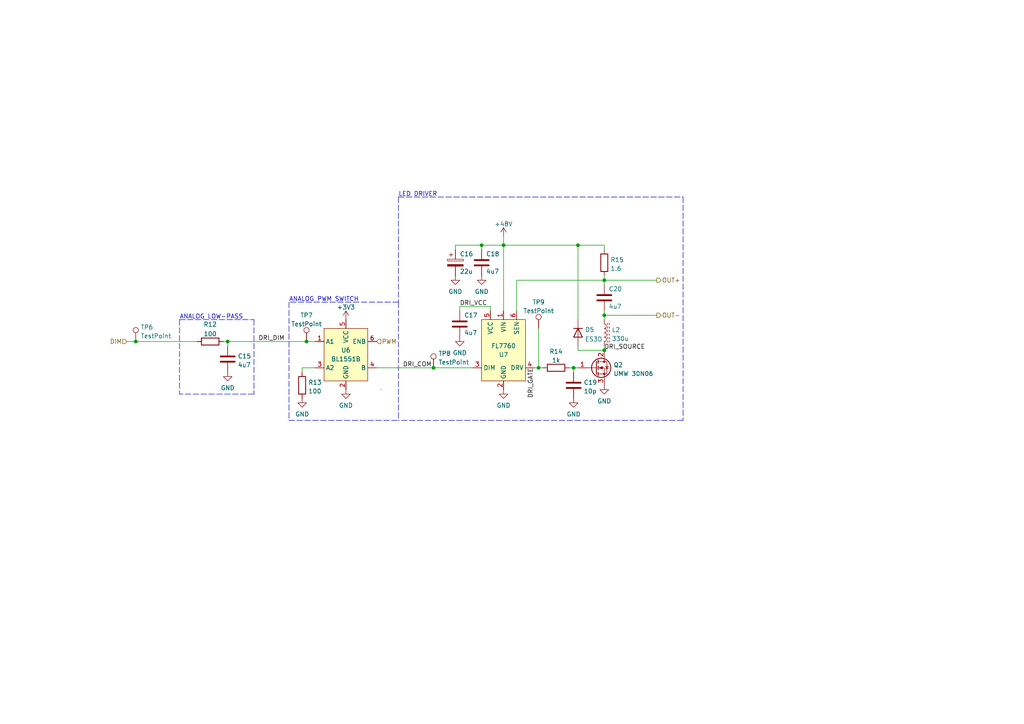
<source format=kicad_sch>
(kicad_sch (version 20211123) (generator eeschema)
  (paper "A4")
  (lib_symbols
    (symbol "Connector:TestPoint" (pin_numbers hide) (pin_names (offset 0.762) hide)
      (property "Reference" "TP" (at 0 6.858 0))
      (property "Value" "TestPoint" (at 0 5.08 0))
      (symbol "TestPoint_0_1"
        (circle (center 0 3.302) (radius 0.762))
      )
      (symbol "TestPoint_1_1"
        (pin passive line (at 0 0 90) (length 2.54) (name "1") (number "1"))
      )
    )
    (symbol "Device:C" (pin_numbers hide) (pin_names (offset 0.254))
      (property "Reference" "C" (at 0.635 2.54 0))
      (property "Value" "C" (at 0.635 -2.54 0))
      (symbol "C_0_1"
        (polyline (pts (xy -2.032 -0.762) (xy 2.032 -0.762)) (stroke (width 0.508)))
        (polyline (pts (xy -2.032 0.762) (xy 2.032 0.762)) (stroke (width 0.508)))
      )
      (symbol "C_1_1"
        (pin passive line (at 0 3.81 270) (length 2.794) (name "~") (number "1"))
        (pin passive line (at 0 -3.81 90) (length 2.794) (name "~") (number "2"))
      )
    )
    (symbol "Device:C_Polarized" (pin_numbers hide) (pin_names (offset 0.254))
      (property "Reference" "C" (at 0.635 2.54 0))
      (property "Value" "C_Polarized" (at 0.635 -2.54 0))
      (symbol "C_Polarized_0_1"
        (rectangle (start -2.286 0.508) (end 2.286 1.016))
        (polyline (pts (xy -1.778 2.286) (xy -0.762 2.286)))
        (polyline (pts (xy -1.27 2.794) (xy -1.27 1.778)))
        (rectangle (start 2.286 -0.508) (end -2.286 -1.016) (fill (type outline)))
      )
      (symbol "C_Polarized_1_1"
        (pin passive line (at 0 3.81 270) (length 2.794) (name "~") (number "1"))
        (pin passive line (at 0 -3.81 90) (length 2.794) (name "~") (number "2"))
      )
    )
    (symbol "Device:D" (pin_numbers hide) (pin_names (offset 1.016) hide)
      (property "Reference" "D" (at 0 2.54 0))
      (property "Value" "D" (at 0 -2.54 0))
      (symbol "D_0_1"
        (polyline (pts (xy -1.27 1.27) (xy -1.27 -1.27)) (stroke (width 0.254)))
        (polyline (pts (xy 1.27 0) (xy -1.27 0)))
        (polyline (pts (xy 1.27 1.27) (xy 1.27 -1.27) (xy -1.27 0) (xy 1.27 1.27)) (stroke (width 0.254)))
      )
      (symbol "D_1_1"
        (pin passive line (at -3.81 0 0) (length 2.54) (name "K") (number "1"))
        (pin passive line (at 3.81 0 180) (length 2.54) (name "A") (number "2"))
      )
    )
    (symbol "Device:L_Ferrite" (pin_numbers hide) (pin_names (offset 1.016) hide)
      (property "Reference" "L" (at -1.27 0 90))
      (property "Value" "L_Ferrite" (at 2.794 0 90))
      (symbol "L_Ferrite_0_1"
        (arc (start 0 -2.54) (mid 0.635 -1.905) (end 0 -1.27))
        (arc (start 0 -1.27) (mid 0.635 -0.635) (end 0 0))
        (polyline (pts (xy 1.016 -2.794) (xy 1.016 -2.286)))
        (polyline (pts (xy 1.016 -1.778) (xy 1.016 -1.27)))
        (polyline (pts (xy 1.016 -0.762) (xy 1.016 -0.254)))
        (polyline (pts (xy 1.016 0.254) (xy 1.016 0.762)))
        (polyline (pts (xy 1.016 1.27) (xy 1.016 1.778)))
        (polyline (pts (xy 1.016 2.286) (xy 1.016 2.794)))
        (polyline (pts (xy 1.524 -2.286) (xy 1.524 -2.794)))
        (polyline (pts (xy 1.524 -1.27) (xy 1.524 -1.778)))
        (polyline (pts (xy 1.524 -0.254) (xy 1.524 -0.762)))
        (polyline (pts (xy 1.524 0.762) (xy 1.524 0.254)))
        (polyline (pts (xy 1.524 1.778) (xy 1.524 1.27)))
        (polyline (pts (xy 1.524 2.794) (xy 1.524 2.286)))
        (arc (start 0 0) (mid 0.635 0.635) (end 0 1.27))
        (arc (start 0 1.27) (mid 0.635 1.905) (end 0 2.54))
      )
      (symbol "L_Ferrite_1_1"
        (pin passive line (at 0 3.81 270) (length 1.27) (name "1") (number "1"))
        (pin passive line (at 0 -3.81 90) (length 1.27) (name "2") (number "2"))
      )
    )
    (symbol "Device:Q_NMOS_GDS" (pin_names (offset 0) hide)
      (property "Reference" "Q" (at 5.08 1.27 0))
      (property "Value" "Q_NMOS_GDS" (at 5.08 -1.27 0))
      (symbol "Q_NMOS_GDS_0_1"
        (polyline (pts (xy 0.254 0) (xy -2.54 0)))
        (polyline (pts (xy 0.254 1.905) (xy 0.254 -1.905)) (stroke (width 0.254)))
        (polyline (pts (xy 0.762 -1.27) (xy 0.762 -2.286)) (stroke (width 0.254)))
        (polyline (pts (xy 0.762 0.508) (xy 0.762 -0.508)) (stroke (width 0.254)))
        (polyline (pts (xy 0.762 2.286) (xy 0.762 1.27)) (stroke (width 0.254)))
        (polyline (pts (xy 2.54 2.54) (xy 2.54 1.778)))
        (polyline (pts (xy 2.54 -2.54) (xy 2.54 0) (xy 0.762 0)))
        (polyline (pts (xy 0.762 -1.778) (xy 3.302 -1.778) (xy 3.302 1.778) (xy 0.762 1.778)))
        (polyline (pts (xy 1.016 0) (xy 2.032 0.381) (xy 2.032 -0.381) (xy 1.016 0)) (fill (type outline)))
        (polyline (pts (xy 2.794 0.508) (xy 2.921 0.381) (xy 3.683 0.381) (xy 3.81 0.254)))
        (polyline (pts (xy 3.302 0.381) (xy 2.921 -0.254) (xy 3.683 -0.254) (xy 3.302 0.381)))
        (circle (center 1.651 0) (radius 2.794) (stroke (width 0.254)))
        (circle (center 2.54 -1.778) (radius 0.254) (fill (type outline)))
        (circle (center 2.54 1.778) (radius 0.254) (fill (type outline)))
      )
      (symbol "Q_NMOS_GDS_1_1"
        (pin input line (at -5.08 0 0) (length 2.54) (name "G") (number "1"))
        (pin passive line (at 2.54 5.08 270) (length 2.54) (name "D") (number "2"))
        (pin passive line (at 2.54 -5.08 90) (length 2.54) (name "S") (number "3"))
      )
    )
    (symbol "Device:R" (pin_numbers hide) (pin_names (offset 0))
      (property "Reference" "R" (at 2.032 0 90))
      (property "Value" "R" (at 0 0 90))
      (symbol "R_0_1"
        (rectangle (start -1.016 -2.54) (end 1.016 2.54) (stroke (width 0.254)))
      )
      (symbol "R_1_1"
        (pin passive line (at 0 3.81 270) (length 1.27) (name "~") (number "1"))
        (pin passive line (at 0 -3.81 90) (length 1.27) (name "~") (number "2"))
      )
    )
    (symbol "library:BL1551B"
      (property "Reference" "U" (at 0 -1.27 0))
      (property "Value" "BL1551B" (at 0 1.27 0))
      (symbol "BL1551B_0_1"
        (rectangle (start 6.35 7.62) (end -6.35 -7.62) (stroke (width 0.1524)) (fill (type background)))
        (rectangle (start 10.16 -10.16) (end 10.16 -10.16) (stroke (width 0.1524)))
        (rectangle (start 10.16 -10.16) (end 10.16 -10.16) (stroke (width 0.1524)))
        (rectangle (start 10.16 -10.16) (end 10.16 -10.16) (stroke (width 0.1524)))
      )
      (symbol "BL1551B_1_1"
        (pin bidirectional line (at -8.89 3.81 0) (length 2.54) (name "A1") (number "1"))
        (pin power_in line (at 0 -10.16 90) (length 2.54) (name "GND") (number "2"))
        (pin bidirectional line (at -8.89 -3.81 0) (length 2.54) (name "A2") (number "3"))
        (pin bidirectional line (at 8.89 -3.81 180) (length 2.54) (name "B") (number "4"))
        (pin power_in line (at 0 10.16 270) (length 2.54) (name "VCC") (number "5"))
        (pin input line (at 8.89 3.81 180) (length 2.54) (name "ENB") (number "6"))
      )
    )
    (symbol "library:FL7760"
      (property "Reference" "U5" (at 0 0 0))
      (property "Value" "FL7760" (at 0 2.54 0))
      (symbol "FL7760_0_1"
        (rectangle (start -6.35 10.16) (end 6.35 -7.62) (stroke (width 0.1524)) (fill (type background)))
      )
      (symbol "FL7760_1_1"
        (pin input line (at 0 12.7 270) (length 2.54) (name "VIN") (number "1"))
        (pin input line (at 0 -10.16 90) (length 2.54) (name "GND") (number "2"))
        (pin input line (at -8.89 -3.81 0) (length 2.54) (name "DIM") (number "3"))
        (pin output line (at 8.89 -3.81 180) (length 2.54) (name "DRV") (number "4"))
        (pin input line (at -3.81 12.7 270) (length 2.54) (name "VCC") (number "5"))
        (pin input line (at 3.81 12.7 270) (length 2.54) (name "SEN") (number "6"))
      )
    )
    (symbol "power:+3V3" (power) (pin_names (offset 0))
      (property "Value" "+3V3" (at 0 3.556 0))
      (symbol "+3V3_0_1"
        (polyline (pts (xy -0.762 1.27) (xy 0 2.54)))
        (polyline (pts (xy 0 0) (xy 0 2.54)))
        (polyline (pts (xy 0 2.54) (xy 0.762 1.27)))
      )
      (symbol "+3V3_1_1"
        (pin power_in line (at 0 0 90) (length 0) hide (name "+3V3") (number "1"))
      )
    )
    (symbol "power:+48V" (power) (pin_names (offset 0))
      (property "Value" "+48V" (at 0 3.556 0))
      (symbol "+48V_0_1"
        (polyline (pts (xy -0.762 1.27) (xy 0 2.54)))
        (polyline (pts (xy 0 0) (xy 0 2.54)))
        (polyline (pts (xy 0 2.54) (xy 0.762 1.27)))
      )
      (symbol "+48V_1_1"
        (pin power_in line (at 0 0 90) (length 0) hide (name "+48V") (number "1"))
      )
    )
    (symbol "power:GND" (power) (pin_names (offset 0))
      (property "Value" "GND" (at 0 -3.81 0))
      (symbol "GND_0_1"
        (polyline (pts (xy 0 0) (xy 0 -1.27) (xy 1.27 -1.27) (xy 0 -2.54) (xy -1.27 -1.27) (xy 0 -1.27)))
      )
      (symbol "GND_1_1"
        (pin power_in line (at 0 0 270) (length 0) hide (name "GND") (number "1"))
      )
    )
  )
  (junction (at 88.9 99.06))
  (junction (at 175.26 101.6))
  (junction (at 66.04 99.06))
  (junction (at 139.7 71.12))
  (junction (at 146.05 71.12))
  (junction (at 166.37 106.68))
  (junction (at 175.26 91.44))
  (junction (at 167.64 71.12))
  (junction (at 156.21 106.68))
  (junction (at 39.37 99.06))
  (junction (at 175.26 81.28))
  (junction (at 125.73 106.68))
  (wire (pts (xy 175.26 81.28) (xy 190.5 81.28)))
  (wire (pts (xy 146.05 71.12) (xy 146.05 90.17)))
  (polyline (pts (xy 198.12 57.15) (xy 198.12 121.92)))
  (wire (pts (xy 175.26 91.44) (xy 175.26 92.71)))
  (polyline (pts (xy 52.07 92.71) (xy 52.07 114.3)))
  (wire (pts (xy 165.1 106.68) (xy 166.37 106.68)))
  (polyline (pts (xy 73.66 114.3) (xy 52.07 114.3)))
  (wire (pts (xy 132.08 71.12) (xy 139.7 71.12)))
  (polyline (pts (xy 115.57 87.63) (xy 83.82 87.63)))
  (polyline (pts (xy 198.12 121.92) (xy 115.57 121.92)))
  (polyline (pts (xy 83.82 87.63) (xy 83.82 121.92)))
  (wire (pts (xy 87.63 106.68) (xy 87.63 107.95)))
  (wire (pts (xy 166.37 106.68) (xy 166.37 107.95)))
  (wire (pts (xy 149.86 81.28) (xy 149.86 90.17)))
  (wire (pts (xy 39.37 99.06) (xy 57.15 99.06)))
  (wire (pts (xy 132.08 72.39) (xy 132.08 71.12)))
  (wire (pts (xy 125.73 106.68) (xy 137.16 106.68)))
  (wire (pts (xy 175.26 91.44) (xy 190.5 91.44)))
  (wire (pts (xy 149.86 81.28) (xy 175.26 81.28)))
  (wire (pts (xy 166.37 106.68) (xy 167.64 106.68)))
  (wire (pts (xy 154.94 106.68) (xy 156.21 106.68)))
  (wire (pts (xy 175.26 71.12) (xy 175.26 72.39)))
  (wire (pts (xy 66.04 99.06) (xy 64.77 99.06)))
  (wire (pts (xy 167.64 101.6) (xy 175.26 101.6)))
  (polyline (pts (xy 115.57 57.15) (xy 115.57 87.63)))
  (wire (pts (xy 88.9 99.06) (xy 91.44 99.06)))
  (wire (pts (xy 175.26 91.44) (xy 175.26 90.17)))
  (polyline (pts (xy 83.82 121.92) (xy 115.57 121.92)))
  (wire (pts (xy 109.22 106.68) (xy 125.73 106.68)))
  (polyline (pts (xy 115.57 57.15) (xy 198.12 57.15)))
  (wire (pts (xy 167.64 71.12) (xy 175.26 71.12)))
  (wire (pts (xy 175.26 80.01) (xy 175.26 81.28)))
  (wire (pts (xy 175.26 100.33) (xy 175.26 101.6)))
  (wire (pts (xy 146.05 68.58) (xy 146.05 71.12)))
  (wire (pts (xy 36.83 99.06) (xy 39.37 99.06)))
  (wire (pts (xy 87.63 106.68) (xy 91.44 106.68)))
  (polyline (pts (xy 73.66 92.71) (xy 73.66 114.3)))
  (wire (pts (xy 156.21 106.68) (xy 157.48 106.68)))
  (wire (pts (xy 66.04 99.06) (xy 88.9 99.06)))
  (wire (pts (xy 142.24 90.17) (xy 142.24 88.9)))
  (wire (pts (xy 167.64 100.33) (xy 167.64 101.6)))
  (wire (pts (xy 139.7 72.39) (xy 139.7 71.12)))
  (wire (pts (xy 133.35 88.9) (xy 142.24 88.9)))
  (wire (pts (xy 156.21 95.25) (xy 156.21 106.68)))
  (wire (pts (xy 139.7 71.12) (xy 146.05 71.12)))
  (wire (pts (xy 133.35 88.9) (xy 133.35 90.17)))
  (wire (pts (xy 66.04 100.33) (xy 66.04 99.06)))
  (wire (pts (xy 175.26 82.55) (xy 175.26 81.28)))
  (wire (pts (xy 167.64 71.12) (xy 167.64 92.71)))
  (wire (pts (xy 146.05 71.12) (xy 167.64 71.12)))
  (polyline (pts (xy 115.57 87.63) (xy 115.57 121.92)))
  (polyline (pts (xy 52.07 92.71) (xy 73.66 92.71)))
  (text "ANALOG PWM SWITCH" (at 83.82 87.63 0) (effects (font (size 1.27 1.27)) (justify left bottom)))
  (text "ANALOG LOW-PASS" (at 52.07 92.71 0) (effects (font (size 1.27 1.27)) (justify left bottom)))
  (text "LED DRIVER" (at 115.57 57.15 0) (effects (font (size 1.27 1.27)) (justify left bottom)))
  (label "DRI_DIM" (at 74.93 99.06 0))
  (label "DRI_COM" (at 116.84 106.68 0))
  (label "DRI_VCC" (at 133.35 88.9 0))
  (label "DRI_SOURCE" (at 175.26 101.6 0))
  (label "DRI_GATE" (at 154.94 106.68 270))
  (hierarchical_label "OUT+" (shape output) (at 190.5 81.28 0))
  (hierarchical_label "PWM" (shape input) (at 109.22 99.06 0))
  (hierarchical_label "DIM" (shape input) (at 36.83 99.06 180))
  (hierarchical_label "OUT-" (shape output) (at 190.5 91.44 0))
  (symbol (lib_id "power:GND") (at 133.35 97.79 0) (unit 1)
    (property "Reference" "#PWR047" (effects hide))
    (property "Value" "GND" (at 133.35 102.3525 0))
  )
  (symbol (lib_id "Device:C") (at 175.26 86.36 0) (unit 1)
    (property "Reference" "C20" (at 176.53 83.82 0) (effects (justify left)))
    (property "Value" "4u7" (at 176.53 88.9 0) (effects (justify left)))
    (property "Footprint" "Capacitor_SMD:C_0805_2012Metric" (effects hide))
  )
  (symbol (lib_id "Device:C") (at 133.35 93.98 0) (unit 1)
    (property "Reference" "C17" (at 134.62 91.44 0) (effects (justify left)))
    (property "Value" "4u7" (at 134.62 96.52 0) (effects (justify left)))
    (property "Footprint" "Capacitor_SMD:C_0805_2012Metric" (effects hide))
  )
  (symbol (lib_id "Connector:TestPoint") (at 39.37 99.06 0) (unit 1)
    (property "Reference" "TP6" (at 40.767 94.9233 0) (effects (justify left)))
    (property "Value" "TestPoint" (at 40.767 97.4602 0) (effects (justify left)))
    (property "Footprint" "TestPoint:TestPoint_Pad_D1.0mm" (effects hide))
  )
  (symbol (lib_id "Device:R") (at 87.63 111.76 0) (mirror y) (unit 1)
    (property "Reference" "R13" (at 89.408 110.9253 0) (effects (justify right)))
    (property "Value" "100" (at 89.408 113.4622 0) (effects (justify right)))
    (property "Footprint" "Resistor_SMD:R_0603_1608Metric" (effects hide))
  )
  (symbol (lib_id "Device:R") (at 175.26 76.2 0) (unit 1)
    (property "Reference" "R15" (at 177.038 75.3653 0) (effects (justify left)))
    (property "Value" "1.6" (at 177.038 77.9022 0) (effects (justify left)))
    (property "Footprint" "Resistor_SMD:R_1206_3216Metric" (effects hide))
  )
  (symbol (lib_id "power:GND") (at 66.04 107.95 0) (unit 1)
    (property "Reference" "#PWR042" (effects hide))
    (property "Value" "GND" (at 66.04 112.5125 0))
  )
  (symbol (lib_id "Connector:TestPoint") (at 88.9 99.06 0) (unit 1)
    (property "Reference" "TP7" (at 88.9 91.44 0))
    (property "Value" "TestPoint" (at 88.9 93.98 0))
    (property "Footprint" "TestPoint:TestPoint_Pad_D1.0mm" (effects hide))
  )
  (symbol (lib_id "Device:C") (at 66.04 104.14 0) (unit 1)
    (property "Reference" "C15" (at 68.961 103.3053 0) (effects (justify left)))
    (property "Value" "4u7" (at 68.961 105.8422 0) (effects (justify left)))
    (property "Footprint" "Capacitor_SMD:C_0805_2012Metric" (effects hide))
  )
  (symbol (lib_id "power:+48V") (at 146.05 68.58 0) (unit 1)
    (property "Reference" "#PWR049" (effects hide))
    (property "Value" "+48V" (at 146.05 64.9755 0))
  )
  (symbol (lib_id "Connector:TestPoint") (at 125.73 106.68 0) (unit 1)
    (property "Reference" "TP8" (at 127.127 102.5433 0) (effects (justify left)))
    (property "Value" "TestPoint" (at 127.127 105.0802 0) (effects (justify left)))
    (property "Footprint" "TestPoint:TestPoint_Pad_D1.0mm" (effects hide))
  )
  (symbol (lib_id "Device:C_Polarized") (at 132.08 76.2 0) (unit 1)
    (property "Reference" "C16" (at 133.35 73.66 0) (effects (justify left)))
    (property "Value" "22u" (at 133.35 78.74 0) (effects (justify left)))
    (property "Footprint" "Capacitor_SMD:CP_Elec_6.3x4.5" (effects hide))
  )
  (symbol (lib_id "power:GND") (at 175.26 111.76 0) (unit 1)
    (property "Reference" "#PWR052" (effects hide))
    (property "Value" "GND" (at 175.26 116.3225 0))
  )
  (symbol (lib_id "Device:Q_NMOS_GDS") (at 172.72 106.68 0) (unit 1)
    (property "Reference" "Q2" (at 177.927 105.8453 0) (effects (justify left)))
    (property "Value" "UMW 30N06" (at 177.927 108.3822 0) (effects (justify left)))
    (property "Footprint" "Package_TO_SOT_SMD:TO-252-2" (effects hide))
    (property "LCSC" "C369599" (effects hide))
  )
  (symbol (lib_id "power:GND") (at 166.37 115.57 0) (unit 1)
    (property "Reference" "#PWR051" (effects hide))
    (property "Value" "GND" (at 166.37 120.1325 0))
  )
  (symbol (lib_id "Device:D") (at 167.64 96.52 270) (unit 1)
    (property "Reference" "D5" (at 169.672 95.6115 90) (effects (justify left)))
    (property "Value" "ES3D" (at 169.672 98.3866 90) (effects (justify left)))
    (property "Footprint" "Diode_SMD:D_SMA" (effects hide))
  )
  (symbol (lib_id "Connector:TestPoint") (at 156.21 95.25 0) (unit 1)
    (property "Reference" "TP9" (at 156.21 87.63 0))
    (property "Value" "TestPoint" (at 156.21 90.17 0))
    (property "Footprint" "TestPoint:TestPoint_Pad_D1.0mm" (effects hide))
  )
  (symbol (lib_id "Device:R") (at 60.96 99.06 90) (unit 1)
    (property "Reference" "R12" (at 60.96 94.0775 90))
    (property "Value" "100" (at 60.96 96.8526 90))
    (property "Footprint" "Resistor_SMD:R_0603_1608Metric" (effects hide))
  )
  (symbol (lib_id "library:BL1551B") (at 100.33 102.87 0) (unit 1)
    (property "Reference" "U6" (at 100.33 101.6 0))
    (property "Value" "BL1551B" (at 100.33 104.14 0))
    (property "Footprint" "Package_TO_SOT_SMD:SOT-363_SC-70-6" (effects hide))
    (property "LCSC" "C2944066" (effects hide))
  )
  (symbol (lib_id "power:GND") (at 100.33 113.03 0) (unit 1)
    (property "Reference" "#PWR045" (effects hide))
    (property "Value" "GND" (at 100.33 117.5925 0))
  )
  (symbol (lib_id "power:GND") (at 132.08 80.01 0) (unit 1)
    (property "Reference" "#PWR046" (effects hide))
    (property "Value" "GND" (at 132.08 84.5725 0))
  )
  (symbol (lib_id "power:GND") (at 87.63 115.57 0) (mirror y) (unit 1)
    (property "Reference" "#PWR043" (effects hide))
    (property "Value" "GND" (at 87.63 120.1325 0))
  )
  (symbol (lib_id "Device:L_Ferrite") (at 175.26 96.52 0) (unit 1)
    (property "Reference" "L2" (at 177.419 95.6853 0) (effects (justify left)))
    (property "Value" "330u" (at 177.419 98.2222 0) (effects (justify left)))
    (property "Footprint" "Inductor_SMD:L_12x12mm_H8mm" (effects hide))
    (property "LCSC" "C2929508" (effects hide))
  )
  (symbol (lib_id "power:GND") (at 139.7 80.01 0) (unit 1)
    (property "Reference" "#PWR048" (effects hide))
    (property "Value" "GND" (at 139.7 84.5725 0))
  )
  (symbol (lib_id "power:+3V3") (at 100.33 92.71 0) (unit 1)
    (property "Reference" "#PWR044" (effects hide))
    (property "Value" "+3V3" (at 100.33 89.1055 0))
  )
  (symbol (lib_id "library:FL7760") (at 146.05 102.87 0) (unit 1)
    (property "Reference" "U7" (at 146.05 102.87 0))
    (property "Value" "FL7760" (at 146.05 100.33 0))
    (property "Footprint" "Package_TO_SOT_SMD:SOT-23-6" (effects hide))
    (property "LCSC" "C367387" (effects hide))
  )
  (symbol (lib_id "Device:C") (at 139.7 76.2 0) (unit 1)
    (property "Reference" "C18" (at 140.97 73.66 0) (effects (justify left)))
    (property "Value" "4u7" (at 140.97 78.74 0) (effects (justify left)))
    (property "Footprint" "Capacitor_SMD:C_0805_2012Metric" (effects hide))
  )
  (symbol (lib_id "power:GND") (at 146.05 113.03 0) (unit 1)
    (property "Reference" "#PWR050" (effects hide))
    (property "Value" "GND" (at 146.05 117.5925 0))
  )
  (symbol (lib_id "Device:C") (at 166.37 111.76 0) (unit 1)
    (property "Reference" "C19" (at 169.291 110.9253 0) (effects (justify left)))
    (property "Value" "10p" (at 169.291 113.4622 0) (effects (justify left)))
    (property "Footprint" "Capacitor_SMD:C_0603_1608Metric" (effects hide))
  )
  (symbol (lib_id "Device:R") (at 161.29 106.68 90) (unit 1)
    (property "Reference" "R14" (at 161.29 101.9642 90))
    (property "Value" "1k" (at 161.29 104.5011 90))
    (property "Footprint" "Resistor_SMD:R_0603_1608Metric" (effects hide))
  )
)
</source>
